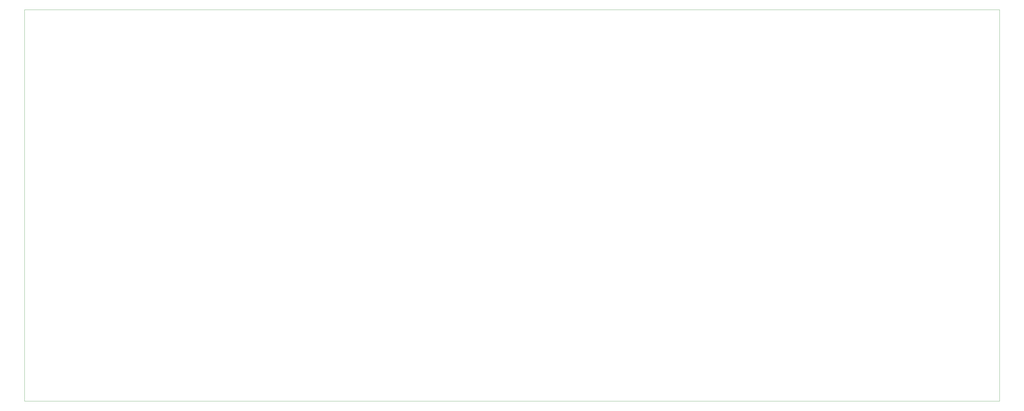
<source format=gm1>
G04 #@! TF.GenerationSoftware,KiCad,Pcbnew,5.1.5-52549c5~84~ubuntu18.04.1*
G04 #@! TF.CreationDate,2020-03-01T14:46:41-05:00*
G04 #@! TF.ProjectId,cropdroid-doser,63726f70-6472-46f6-9964-2d646f736572,0.5a*
G04 #@! TF.SameCoordinates,Original*
G04 #@! TF.FileFunction,Profile,NP*
%FSLAX46Y46*%
G04 Gerber Fmt 4.6, Leading zero omitted, Abs format (unit mm)*
G04 Created by KiCad (PCBNEW 5.1.5-52549c5~84~ubuntu18.04.1) date 2020-03-01 14:46:41*
%MOMM*%
%LPD*%
G04 APERTURE LIST*
%ADD10C,0.050000*%
G04 APERTURE END LIST*
D10*
X42734000Y-169141000D02*
X42734000Y-32235000D01*
X383391880Y-169152660D02*
X42734000Y-169141000D01*
X383341880Y-32235000D02*
X383391880Y-169152660D01*
X42734000Y-32235000D02*
X383341880Y-32235000D01*
M02*

</source>
